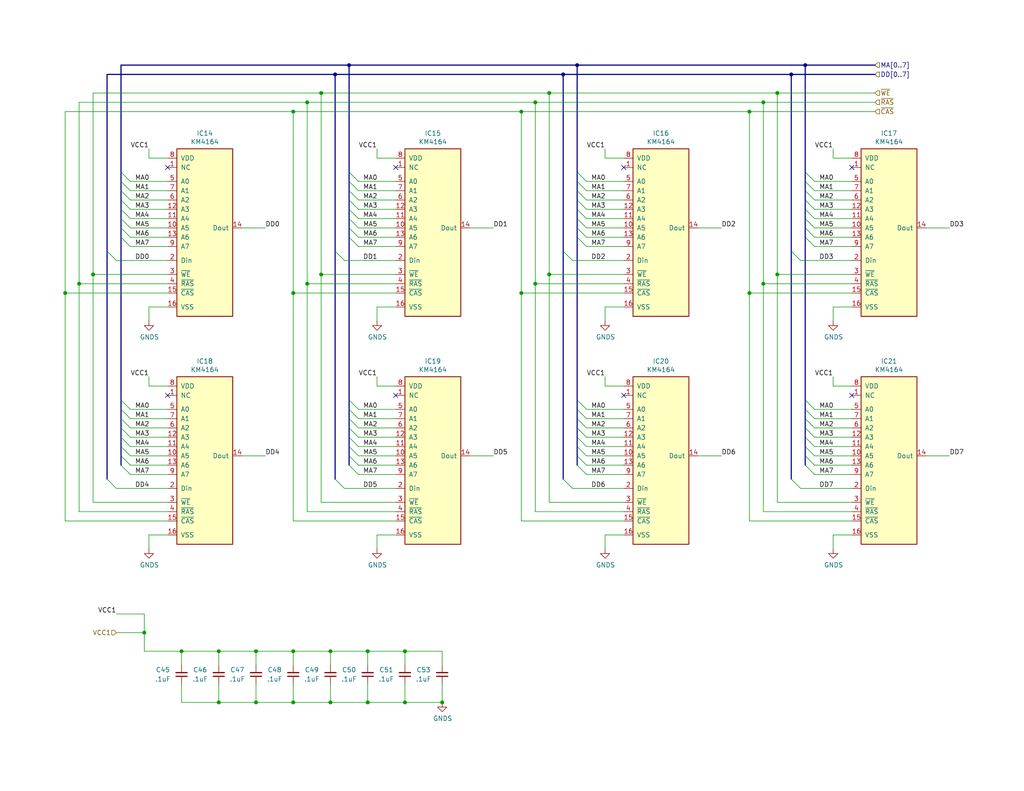
<source format=kicad_sch>
(kicad_sch (version 20211123) (generator eeschema)
  (paper "A")
  (title_block (title "TRS-80 Color Computer 2 (26-3134B & 26-3136B)") (date "2022-10-07") (rev "1.0.0") (company "Tandy Corporation") (comment 1 "Board # 20261058") (comment 3 "Reference board donated by MrDave3609") (comment 4 "Kicad schematic capture by Rocky Hill"))
  (lib_symbols
    (symbol "coco2-rescue:C_Small-Device" (pin_numbers hide) (pin_names (offset 0.254) hide)
      (property "Reference" "C" (at 0.254 1.778 0))
      (property "Value" "C_Small-Device" (at 0.254 -2.032 0))
      (symbol "C_Small-Device_0_1"
        (polyline (pts (xy -1.524 -0.508) (xy 1.524 -0.508)) (stroke (width 0.3302)))
        (polyline (pts (xy -1.524 0.508) (xy 1.524 0.508)) (stroke (width 0.3048)))
      )
      (symbol "C_Small-Device_1_1"
        (pin passive line (at 0 2.54 270) (length 2.032) (name "~") (number "1"))
        (pin passive line (at 0 -2.54 90) (length 2.032) (name "~") (number "2"))
      )
    )
    (symbol "coco2-rescue:GNDS-power" (power) (pin_names (offset 0))
      (property "Value" "GNDS-power" (at 0 -3.81 0))
      (symbol "GNDS-power_0_1"
        (polyline (pts (xy 0 0) (xy 0 -1.27) (xy 1.27 -1.27) (xy 0 -2.54) (xy -1.27 -1.27) (xy 0 -1.27)))
      )
      (symbol "GNDS-power_1_1"
        (pin power_in line (at 0 0 270) (length 0) hide (name "GNDS") (number "1"))
      )
    )
    (symbol "coco2:KM4164" (pin_names (offset 1.016))
      (property "Reference" "U" (at -6.35 22.86 0))
      (property "Value" "KM4164" (at 5.08 22.86 0))
      (symbol "KM4164_0_1"
        (rectangle (start -7.62 21.59) (end 7.62 -24.13) (stroke (width 0.254)) (fill (type background)))
      )
      (symbol "KM4164_1_1"
        (pin passive line (at -10.16 16.51 0) (length 2.54) (name "NC") (number "1"))
        (pin input line (at -10.16 0 0) (length 2.54) (name "A5") (number "10"))
        (pin input line (at -10.16 2.54 0) (length 2.54) (name "A4") (number "11"))
        (pin input line (at -10.16 5.08 0) (length 2.54) (name "A3") (number "12"))
        (pin input line (at -10.16 -2.54 0) (length 2.54) (name "A6") (number "13"))
        (pin tri_state line (at 10.16 0 180) (length 2.54) (name "Dout") (number "14"))
        (pin input line (at -10.16 -17.78 0) (length 2.54) (name "~{CAS}") (number "15"))
        (pin power_in line (at -10.16 -21.59 0) (length 2.54) (name "VSS") (number "16"))
        (pin input line (at -10.16 -8.89 0) (length 2.54) (name "Din") (number "2"))
        (pin input line (at -10.16 -12.7 0) (length 2.54) (name "~{WE}") (number "3"))
        (pin input line (at -10.16 -15.24 0) (length 2.54) (name "~{RAS}") (number "4"))
        (pin input line (at -10.16 12.7 0) (length 2.54) (name "A0") (number "5"))
        (pin input line (at -10.16 7.62 0) (length 2.54) (name "A2") (number "6"))
        (pin input line (at -10.16 10.16 0) (length 2.54) (name "A1") (number "7"))
        (pin power_in line (at -10.16 19.05 0) (length 2.54) (name "VDD") (number "8"))
        (pin input line (at -10.16 -5.08 0) (length 2.54) (name "A7") (number "9"))
      )
    )
  )
  (junction (at 146.05 77.47))
  (junction (at 90.17 177.8))
  (junction (at 25.4 74.93))
  (junction (at 215.9 20.32))
  (junction (at 49.53 177.8))
  (junction (at 83.82 77.47))
  (junction (at 87.63 25.4))
  (junction (at 157.48 17.78))
  (junction (at 204.47 30.48))
  (junction (at 90.17 191.77))
  (junction (at 120.65 191.77))
  (junction (at 219.71 17.78))
  (junction (at 17.78 80.01))
  (junction (at 69.85 191.77))
  (junction (at 39.37 172.72))
  (junction (at 208.28 77.47))
  (junction (at 80.01 30.48))
  (junction (at 80.01 80.01))
  (junction (at 100.33 177.8))
  (junction (at 208.28 27.94))
  (junction (at 100.33 191.77))
  (junction (at 204.47 80.01))
  (junction (at 110.49 177.8))
  (junction (at 95.25 17.78))
  (junction (at 87.63 74.93))
  (junction (at 142.24 30.48))
  (junction (at 21.59 77.47))
  (junction (at 153.67 20.32))
  (junction (at 149.86 25.4))
  (junction (at 212.09 25.4))
  (junction (at 91.44 20.32))
  (junction (at 80.01 177.8))
  (junction (at 59.69 177.8))
  (junction (at 83.82 27.94))
  (junction (at 142.24 80.01))
  (junction (at 69.85 177.8))
  (junction (at 212.09 74.93))
  (junction (at 110.49 191.77))
  (junction (at 59.69 191.77))
  (junction (at 149.86 74.93))
  (junction (at 80.01 191.77))
  (junction (at 146.05 27.94))
  (no_connect (at 107.95 107.95))
  (no_connect (at 45.72 107.95))
  (no_connect (at 170.18 107.95))
  (no_connect (at 232.41 107.95))
  (no_connect (at 45.72 45.72))
  (no_connect (at 232.41 45.72))
  (no_connect (at 170.18 45.72))
  (no_connect (at 107.95 45.72))
  (bus_entry (at 91.44 68.58) (size 2.54 2.54))
  (bus_entry (at 157.48 119.38) (size 2.54 2.54))
  (bus_entry (at 33.02 52.07) (size 2.54 2.54))
  (bus_entry (at 219.71 114.3) (size 2.54 2.54))
  (bus_entry (at 157.48 52.07) (size 2.54 2.54))
  (bus_entry (at 95.25 52.07) (size 2.54 2.54))
  (bus_entry (at 33.02 62.23) (size 2.54 2.54))
  (bus_entry (at 33.02 59.69) (size 2.54 2.54))
  (bus_entry (at 33.02 127) (size 2.54 2.54))
  (bus_entry (at 219.71 46.99) (size 2.54 2.54))
  (bus_entry (at 95.25 54.61) (size 2.54 2.54))
  (bus_entry (at 153.67 130.81) (size 2.54 2.54))
  (bus_entry (at 33.02 111.76) (size 2.54 2.54))
  (bus_entry (at 157.48 127) (size 2.54 2.54))
  (bus_entry (at 219.71 121.92) (size 2.54 2.54))
  (bus_entry (at 157.48 62.23) (size 2.54 2.54))
  (bus_entry (at 215.9 130.81) (size 2.54 2.54))
  (bus_entry (at 95.25 116.84) (size 2.54 2.54))
  (bus_entry (at 157.48 49.53) (size 2.54 2.54))
  (bus_entry (at 219.71 59.69) (size 2.54 2.54))
  (bus_entry (at 219.71 119.38) (size 2.54 2.54))
  (bus_entry (at 95.25 57.15) (size 2.54 2.54))
  (bus_entry (at 157.48 124.46) (size 2.54 2.54))
  (bus_entry (at 219.71 116.84) (size 2.54 2.54))
  (bus_entry (at 95.25 124.46) (size 2.54 2.54))
  (bus_entry (at 157.48 54.61) (size 2.54 2.54))
  (bus_entry (at 219.71 111.76) (size 2.54 2.54))
  (bus_entry (at 95.25 111.76) (size 2.54 2.54))
  (bus_entry (at 157.48 116.84) (size 2.54 2.54))
  (bus_entry (at 33.02 57.15) (size 2.54 2.54))
  (bus_entry (at 95.25 64.77) (size 2.54 2.54))
  (bus_entry (at 95.25 46.99) (size 2.54 2.54))
  (bus_entry (at 95.25 109.22) (size 2.54 2.54))
  (bus_entry (at 33.02 114.3) (size 2.54 2.54))
  (bus_entry (at 215.9 68.58) (size 2.54 2.54))
  (bus_entry (at 157.48 109.22) (size 2.54 2.54))
  (bus_entry (at 33.02 46.99) (size 2.54 2.54))
  (bus_entry (at 33.02 54.61) (size 2.54 2.54))
  (bus_entry (at 33.02 49.53) (size 2.54 2.54))
  (bus_entry (at 33.02 121.92) (size 2.54 2.54))
  (bus_entry (at 219.71 62.23) (size 2.54 2.54))
  (bus_entry (at 157.48 59.69) (size 2.54 2.54))
  (bus_entry (at 95.25 127) (size 2.54 2.54))
  (bus_entry (at 157.48 111.76) (size 2.54 2.54))
  (bus_entry (at 33.02 116.84) (size 2.54 2.54))
  (bus_entry (at 153.67 68.58) (size 2.54 2.54))
  (bus_entry (at 33.02 64.77) (size 2.54 2.54))
  (bus_entry (at 29.21 68.58) (size 2.54 2.54))
  (bus_entry (at 95.25 121.92) (size 2.54 2.54))
  (bus_entry (at 157.48 114.3) (size 2.54 2.54))
  (bus_entry (at 95.25 114.3) (size 2.54 2.54))
  (bus_entry (at 219.71 49.53) (size 2.54 2.54))
  (bus_entry (at 219.71 54.61) (size 2.54 2.54))
  (bus_entry (at 157.48 64.77) (size 2.54 2.54))
  (bus_entry (at 219.71 109.22) (size 2.54 2.54))
  (bus_entry (at 219.71 57.15) (size 2.54 2.54))
  (bus_entry (at 219.71 64.77) (size 2.54 2.54))
  (bus_entry (at 157.48 46.99) (size 2.54 2.54))
  (bus_entry (at 33.02 124.46) (size 2.54 2.54))
  (bus_entry (at 95.25 62.23) (size 2.54 2.54))
  (bus_entry (at 219.71 124.46) (size 2.54 2.54))
  (bus_entry (at 91.44 130.81) (size 2.54 2.54))
  (bus_entry (at 95.25 119.38) (size 2.54 2.54))
  (bus_entry (at 33.02 119.38) (size 2.54 2.54))
  (bus_entry (at 29.21 130.81) (size 2.54 2.54))
  (bus_entry (at 157.48 57.15) (size 2.54 2.54))
  (bus_entry (at 157.48 121.92) (size 2.54 2.54))
  (bus_entry (at 95.25 59.69) (size 2.54 2.54))
  (bus_entry (at 33.02 109.22) (size 2.54 2.54))
  (bus_entry (at 219.71 127) (size 2.54 2.54))
  (bus_entry (at 219.71 52.07) (size 2.54 2.54))
  (bus_entry (at 95.25 49.53) (size 2.54 2.54))
  (wire (pts (xy 40.64 83.82) (xy 45.72 83.82)))
  (wire (pts (xy 39.37 177.8) (xy 49.53 177.8)))
  (bus (pts (xy 91.44 20.32) (xy 153.67 20.32)))
  (wire (pts (xy 170.18 121.92) (xy 160.02 121.92)))
  (wire (pts (xy 59.69 177.8) (xy 69.85 177.8)))
  (wire (pts (xy 170.18 64.77) (xy 160.02 64.77)))
  (bus (pts (xy 33.02 64.77) (xy 33.02 109.22)))
  (wire (pts (xy 107.95 64.77) (xy 97.79 64.77)))
  (wire (pts (xy 222.25 119.38) (xy 232.41 119.38)))
  (wire (pts (xy 232.41 137.16) (xy 212.09 137.16)))
  (wire (pts (xy 204.47 30.48) (xy 204.47 80.01)))
  (wire (pts (xy 232.41 133.35) (xy 218.44 133.35)))
  (bus (pts (xy 91.44 68.58) (xy 91.44 130.81)))
  (bus (pts (xy 95.25 46.99) (xy 95.25 49.53)))
  (wire (pts (xy 165.1 40.64) (xy 165.1 43.18)))
  (bus (pts (xy 95.25 17.78) (xy 95.25 46.99)))
  (wire (pts (xy 165.1 83.82) (xy 165.1 87.63)))
  (bus (pts (xy 219.71 121.92) (xy 219.71 124.46)))
  (wire (pts (xy 45.72 80.01) (xy 17.78 80.01)))
  (wire (pts (xy 45.72 59.69) (xy 35.56 59.69)))
  (wire (pts (xy 232.41 59.69) (xy 222.25 59.69)))
  (wire (pts (xy 107.95 71.12) (xy 93.98 71.12)))
  (wire (pts (xy 87.63 25.4) (xy 149.86 25.4)))
  (wire (pts (xy 83.82 27.94) (xy 146.05 27.94)))
  (bus (pts (xy 157.48 57.15) (xy 157.48 59.69)))
  (wire (pts (xy 222.25 129.54) (xy 232.41 129.54)))
  (bus (pts (xy 215.9 20.32) (xy 238.76 20.32)))
  (wire (pts (xy 83.82 139.7) (xy 83.82 77.47)))
  (wire (pts (xy 146.05 27.94) (xy 208.28 27.94)))
  (bus (pts (xy 33.02 119.38) (xy 33.02 121.92)))
  (wire (pts (xy 120.65 186.69) (xy 120.65 191.77)))
  (bus (pts (xy 157.48 116.84) (xy 157.48 119.38)))
  (wire (pts (xy 107.95 77.47) (xy 83.82 77.47)))
  (wire (pts (xy 259.08 124.46) (xy 252.73 124.46)))
  (wire (pts (xy 40.64 146.05) (xy 45.72 146.05)))
  (wire (pts (xy 35.56 62.23) (xy 45.72 62.23)))
  (wire (pts (xy 35.56 114.3) (xy 45.72 114.3)))
  (wire (pts (xy 87.63 74.93) (xy 87.63 137.16)))
  (wire (pts (xy 107.95 111.76) (xy 97.79 111.76)))
  (wire (pts (xy 149.86 25.4) (xy 149.86 74.93)))
  (wire (pts (xy 40.64 146.05) (xy 40.64 149.86)))
  (wire (pts (xy 208.28 27.94) (xy 238.76 27.94)))
  (bus (pts (xy 219.71 46.99) (xy 219.71 49.53)))
  (wire (pts (xy 232.41 116.84) (xy 222.25 116.84)))
  (wire (pts (xy 21.59 139.7) (xy 45.72 139.7)))
  (bus (pts (xy 157.48 59.69) (xy 157.48 62.23)))
  (wire (pts (xy 232.41 111.76) (xy 222.25 111.76)))
  (wire (pts (xy 110.49 186.69) (xy 110.49 191.77)))
  (wire (pts (xy 45.72 137.16) (xy 25.4 137.16)))
  (wire (pts (xy 160.02 114.3) (xy 170.18 114.3)))
  (wire (pts (xy 170.18 116.84) (xy 160.02 116.84)))
  (bus (pts (xy 95.25 64.77) (xy 95.25 109.22)))
  (wire (pts (xy 222.25 57.15) (xy 232.41 57.15)))
  (wire (pts (xy 69.85 191.77) (xy 59.69 191.77)))
  (wire (pts (xy 149.86 137.16) (xy 149.86 74.93)))
  (bus (pts (xy 219.71 17.78) (xy 219.71 46.99)))
  (wire (pts (xy 232.41 80.01) (xy 204.47 80.01)))
  (wire (pts (xy 72.39 124.46) (xy 66.04 124.46)))
  (wire (pts (xy 212.09 137.16) (xy 212.09 74.93)))
  (bus (pts (xy 95.25 57.15) (xy 95.25 59.69)))
  (wire (pts (xy 107.95 127) (xy 97.79 127)))
  (bus (pts (xy 95.25 17.78) (xy 157.48 17.78)))
  (wire (pts (xy 170.18 49.53) (xy 160.02 49.53)))
  (wire (pts (xy 107.95 116.84) (xy 97.79 116.84)))
  (wire (pts (xy 142.24 142.24) (xy 170.18 142.24)))
  (bus (pts (xy 95.25 124.46) (xy 95.25 127)))
  (wire (pts (xy 165.1 146.05) (xy 165.1 149.86)))
  (wire (pts (xy 196.85 62.23) (xy 190.5 62.23)))
  (bus (pts (xy 219.71 116.84) (xy 219.71 119.38)))
  (wire (pts (xy 45.72 142.24) (xy 17.78 142.24)))
  (wire (pts (xy 80.01 191.77) (xy 69.85 191.77)))
  (wire (pts (xy 160.02 129.54) (xy 170.18 129.54)))
  (wire (pts (xy 17.78 80.01) (xy 17.78 30.48)))
  (wire (pts (xy 83.82 77.47) (xy 83.82 27.94)))
  (wire (pts (xy 40.64 43.18) (xy 45.72 43.18)))
  (wire (pts (xy 232.41 142.24) (xy 204.47 142.24)))
  (wire (pts (xy 102.87 83.82) (xy 102.87 87.63)))
  (wire (pts (xy 35.56 52.07) (xy 45.72 52.07)))
  (wire (pts (xy 227.33 146.05) (xy 227.33 149.86)))
  (wire (pts (xy 90.17 181.61) (xy 90.17 177.8)))
  (bus (pts (xy 33.02 109.22) (xy 33.02 111.76)))
  (wire (pts (xy 149.86 25.4) (xy 212.09 25.4)))
  (bus (pts (xy 157.48 46.99) (xy 157.48 49.53)))
  (wire (pts (xy 21.59 77.47) (xy 21.59 27.94)))
  (wire (pts (xy 227.33 43.18) (xy 232.41 43.18)))
  (wire (pts (xy 142.24 80.01) (xy 142.24 142.24)))
  (bus (pts (xy 157.48 52.07) (xy 157.48 54.61)))
  (wire (pts (xy 49.53 181.61) (xy 49.53 177.8)))
  (wire (pts (xy 21.59 139.7) (xy 21.59 77.47)))
  (wire (pts (xy 146.05 77.47) (xy 146.05 27.94)))
  (wire (pts (xy 102.87 43.18) (xy 107.95 43.18)))
  (wire (pts (xy 110.49 177.8) (xy 120.65 177.8)))
  (wire (pts (xy 97.79 114.3) (xy 107.95 114.3)))
  (wire (pts (xy 31.75 167.64) (xy 39.37 167.64)))
  (wire (pts (xy 134.62 62.23) (xy 128.27 62.23)))
  (bus (pts (xy 157.48 111.76) (xy 157.48 114.3)))
  (wire (pts (xy 107.95 133.35) (xy 93.98 133.35)))
  (wire (pts (xy 97.79 67.31) (xy 107.95 67.31)))
  (bus (pts (xy 33.02 57.15) (xy 33.02 59.69)))
  (wire (pts (xy 146.05 139.7) (xy 146.05 77.47)))
  (wire (pts (xy 222.25 124.46) (xy 232.41 124.46)))
  (wire (pts (xy 40.64 105.41) (xy 45.72 105.41)))
  (bus (pts (xy 95.25 114.3) (xy 95.25 116.84)))
  (wire (pts (xy 170.18 127) (xy 160.02 127)))
  (wire (pts (xy 222.25 52.07) (xy 232.41 52.07)))
  (wire (pts (xy 107.95 142.24) (xy 80.01 142.24)))
  (wire (pts (xy 80.01 80.01) (xy 80.01 142.24)))
  (wire (pts (xy 107.95 121.92) (xy 97.79 121.92)))
  (wire (pts (xy 232.41 49.53) (xy 222.25 49.53)))
  (wire (pts (xy 204.47 30.48) (xy 238.76 30.48)))
  (wire (pts (xy 107.95 59.69) (xy 97.79 59.69)))
  (bus (pts (xy 219.71 64.77) (xy 219.71 109.22)))
  (wire (pts (xy 69.85 177.8) (xy 80.01 177.8)))
  (wire (pts (xy 227.33 102.87) (xy 227.33 105.41)))
  (wire (pts (xy 45.72 133.35) (xy 31.75 133.35)))
  (wire (pts (xy 25.4 137.16) (xy 25.4 74.93)))
  (wire (pts (xy 97.79 52.07) (xy 107.95 52.07)))
  (bus (pts (xy 219.71 59.69) (xy 219.71 62.23)))
  (wire (pts (xy 204.47 80.01) (xy 204.47 142.24)))
  (wire (pts (xy 170.18 71.12) (xy 156.21 71.12)))
  (wire (pts (xy 80.01 177.8) (xy 90.17 177.8)))
  (wire (pts (xy 227.33 40.64) (xy 227.33 43.18)))
  (bus (pts (xy 219.71 49.53) (xy 219.71 52.07)))
  (bus (pts (xy 95.25 54.61) (xy 95.25 57.15)))
  (wire (pts (xy 97.79 57.15) (xy 107.95 57.15)))
  (bus (pts (xy 95.25 116.84) (xy 95.25 119.38)))
  (bus (pts (xy 157.48 62.23) (xy 157.48 64.77)))
  (wire (pts (xy 120.65 177.8) (xy 120.65 181.61)))
  (wire (pts (xy 90.17 191.77) (xy 80.01 191.77)))
  (wire (pts (xy 45.72 111.76) (xy 35.56 111.76)))
  (wire (pts (xy 160.02 52.07) (xy 170.18 52.07)))
  (wire (pts (xy 45.72 77.47) (xy 21.59 77.47)))
  (wire (pts (xy 45.72 74.93) (xy 25.4 74.93)))
  (bus (pts (xy 29.21 20.32) (xy 29.21 68.58)))
  (bus (pts (xy 157.48 64.77) (xy 157.48 109.22)))
  (bus (pts (xy 95.25 121.92) (xy 95.25 124.46)))
  (wire (pts (xy 25.4 74.93) (xy 25.4 25.4)))
  (wire (pts (xy 165.1 83.82) (xy 170.18 83.82)))
  (wire (pts (xy 69.85 186.69) (xy 69.85 191.77)))
  (wire (pts (xy 142.24 30.48) (xy 142.24 80.01)))
  (bus (pts (xy 33.02 114.3) (xy 33.02 116.84)))
  (wire (pts (xy 170.18 77.47) (xy 146.05 77.47)))
  (bus (pts (xy 33.02 17.78) (xy 33.02 46.99)))
  (wire (pts (xy 227.33 83.82) (xy 232.41 83.82)))
  (wire (pts (xy 39.37 167.64) (xy 39.37 172.72)))
  (wire (pts (xy 97.79 62.23) (xy 107.95 62.23)))
  (bus (pts (xy 157.48 17.78) (xy 219.71 17.78)))
  (wire (pts (xy 102.87 146.05) (xy 107.95 146.05)))
  (bus (pts (xy 157.48 124.46) (xy 157.48 127)))
  (bus (pts (xy 219.71 62.23) (xy 219.71 64.77)))
  (wire (pts (xy 107.95 49.53) (xy 97.79 49.53)))
  (wire (pts (xy 170.18 54.61) (xy 160.02 54.61)))
  (bus (pts (xy 33.02 124.46) (xy 33.02 127)))
  (wire (pts (xy 227.33 83.82) (xy 227.33 87.63)))
  (wire (pts (xy 90.17 177.8) (xy 100.33 177.8)))
  (wire (pts (xy 17.78 142.24) (xy 17.78 80.01)))
  (wire (pts (xy 59.69 191.77) (xy 49.53 191.77)))
  (bus (pts (xy 95.25 49.53) (xy 95.25 52.07)))
  (bus (pts (xy 33.02 17.78) (xy 95.25 17.78)))
  (wire (pts (xy 107.95 74.93) (xy 87.63 74.93)))
  (bus (pts (xy 153.67 20.32) (xy 215.9 20.32)))
  (wire (pts (xy 45.72 127) (xy 35.56 127)))
  (wire (pts (xy 160.02 57.15) (xy 170.18 57.15)))
  (wire (pts (xy 160.02 62.23) (xy 170.18 62.23)))
  (bus (pts (xy 157.48 119.38) (xy 157.48 121.92)))
  (wire (pts (xy 196.85 124.46) (xy 190.5 124.46)))
  (wire (pts (xy 80.01 30.48) (xy 80.01 80.01)))
  (wire (pts (xy 49.53 177.8) (xy 59.69 177.8)))
  (wire (pts (xy 100.33 191.77) (xy 90.17 191.77)))
  (wire (pts (xy 100.33 177.8) (xy 110.49 177.8)))
  (bus (pts (xy 95.25 111.76) (xy 95.25 114.3)))
  (bus (pts (xy 157.48 109.22) (xy 157.48 111.76)))
  (wire (pts (xy 208.28 139.7) (xy 208.28 77.47)))
  (wire (pts (xy 49.53 186.69) (xy 49.53 191.77)))
  (wire (pts (xy 165.1 105.41) (xy 170.18 105.41)))
  (wire (pts (xy 83.82 139.7) (xy 107.95 139.7)))
  (bus (pts (xy 157.48 114.3) (xy 157.48 116.84)))
  (wire (pts (xy 160.02 67.31) (xy 170.18 67.31)))
  (bus (pts (xy 157.48 49.53) (xy 157.48 52.07)))
  (bus (pts (xy 153.67 68.58) (xy 153.67 130.81)))
  (wire (pts (xy 134.62 124.46) (xy 128.27 124.46)))
  (wire (pts (xy 25.4 25.4) (xy 87.63 25.4)))
  (wire (pts (xy 146.05 139.7) (xy 170.18 139.7)))
  (wire (pts (xy 165.1 43.18) (xy 170.18 43.18)))
  (wire (pts (xy 40.64 40.64) (xy 40.64 43.18)))
  (wire (pts (xy 35.56 57.15) (xy 45.72 57.15)))
  (bus (pts (xy 95.25 109.22) (xy 95.25 111.76)))
  (bus (pts (xy 219.71 52.07) (xy 219.71 54.61)))
  (wire (pts (xy 232.41 54.61) (xy 222.25 54.61)))
  (wire (pts (xy 35.56 67.31) (xy 45.72 67.31)))
  (wire (pts (xy 107.95 80.01) (xy 80.01 80.01)))
  (wire (pts (xy 227.33 105.41) (xy 232.41 105.41)))
  (wire (pts (xy 170.18 137.16) (xy 149.86 137.16)))
  (wire (pts (xy 102.87 105.41) (xy 107.95 105.41)))
  (wire (pts (xy 40.64 102.87) (xy 40.64 105.41)))
  (wire (pts (xy 110.49 191.77) (xy 100.33 191.77)))
  (bus (pts (xy 33.02 116.84) (xy 33.02 119.38)))
  (wire (pts (xy 97.79 119.38) (xy 107.95 119.38)))
  (wire (pts (xy 17.78 30.48) (xy 80.01 30.48)))
  (wire (pts (xy 102.87 146.05) (xy 102.87 149.86)))
  (wire (pts (xy 165.1 102.87) (xy 165.1 105.41)))
  (wire (pts (xy 80.01 30.48) (xy 142.24 30.48)))
  (wire (pts (xy 80.01 181.61) (xy 80.01 177.8)))
  (bus (pts (xy 219.71 57.15) (xy 219.71 59.69)))
  (bus (pts (xy 33.02 62.23) (xy 33.02 64.77)))
  (bus (pts (xy 95.25 62.23) (xy 95.25 64.77)))
  (bus (pts (xy 215.9 20.32) (xy 215.9 68.58)))
  (wire (pts (xy 212.09 25.4) (xy 238.76 25.4)))
  (wire (pts (xy 170.18 59.69) (xy 160.02 59.69)))
  (bus (pts (xy 219.71 54.61) (xy 219.71 57.15)))
  (bus (pts (xy 157.48 17.78) (xy 157.48 46.99)))
  (bus (pts (xy 215.9 68.58) (xy 215.9 130.81)))
  (wire (pts (xy 90.17 186.69) (xy 90.17 191.77)))
  (bus (pts (xy 219.71 109.22) (xy 219.71 111.76)))
  (wire (pts (xy 97.79 124.46) (xy 107.95 124.46)))
  (bus (pts (xy 33.02 111.76) (xy 33.02 114.3)))
  (wire (pts (xy 212.09 74.93) (xy 212.09 25.4)))
  (bus (pts (xy 95.25 59.69) (xy 95.25 62.23)))
  (bus (pts (xy 219.71 119.38) (xy 219.71 121.92)))
  (wire (pts (xy 100.33 186.69) (xy 100.33 191.77)))
  (wire (pts (xy 165.1 146.05) (xy 170.18 146.05)))
  (bus (pts (xy 219.71 17.78) (xy 238.76 17.78)))
  (wire (pts (xy 160.02 119.38) (xy 170.18 119.38)))
  (bus (pts (xy 33.02 54.61) (xy 33.02 57.15)))
  (wire (pts (xy 72.39 62.23) (xy 66.04 62.23)))
  (bus (pts (xy 33.02 59.69) (xy 33.02 62.23)))
  (wire (pts (xy 35.56 119.38) (xy 45.72 119.38)))
  (wire (pts (xy 110.49 177.8) (xy 110.49 181.61)))
  (wire (pts (xy 69.85 181.61) (xy 69.85 177.8)))
  (bus (pts (xy 29.21 20.32) (xy 91.44 20.32)))
  (wire (pts (xy 259.08 62.23) (xy 252.73 62.23)))
  (wire (pts (xy 107.95 137.16) (xy 87.63 137.16)))
  (wire (pts (xy 39.37 172.72) (xy 39.37 177.8)))
  (wire (pts (xy 232.41 71.12) (xy 218.44 71.12)))
  (wire (pts (xy 45.72 71.12) (xy 31.75 71.12)))
  (wire (pts (xy 232.41 121.92) (xy 222.25 121.92)))
  (wire (pts (xy 222.25 67.31) (xy 232.41 67.31)))
  (wire (pts (xy 107.95 54.61) (xy 97.79 54.61)))
  (bus (pts (xy 219.71 124.46) (xy 219.71 127)))
  (wire (pts (xy 35.56 124.46) (xy 45.72 124.46)))
  (wire (pts (xy 170.18 111.76) (xy 160.02 111.76)))
  (bus (pts (xy 33.02 49.53) (xy 33.02 52.07)))
  (wire (pts (xy 80.01 186.69) (xy 80.01 191.77)))
  (wire (pts (xy 59.69 186.69) (xy 59.69 191.77)))
  (wire (pts (xy 227.33 146.05) (xy 232.41 146.05)))
  (wire (pts (xy 222.25 62.23) (xy 232.41 62.23)))
  (wire (pts (xy 59.69 181.61) (xy 59.69 177.8)))
  (bus (pts (xy 157.48 121.92) (xy 157.48 124.46)))
  (wire (pts (xy 45.72 121.92) (xy 35.56 121.92)))
  (bus (pts (xy 33.02 52.07) (xy 33.02 54.61)))
  (wire (pts (xy 232.41 64.77) (xy 222.25 64.77)))
  (wire (pts (xy 45.72 54.61) (xy 35.56 54.61)))
  (wire (pts (xy 232.41 74.93) (xy 212.09 74.93)))
  (wire (pts (xy 102.87 102.87) (xy 102.87 105.41)))
  (wire (pts (xy 222.25 114.3) (xy 232.41 114.3)))
  (wire (pts (xy 232.41 127) (xy 222.25 127)))
  (wire (pts (xy 232.41 77.47) (xy 208.28 77.47)))
  (bus (pts (xy 219.71 114.3) (xy 219.71 116.84)))
  (bus (pts (xy 219.71 111.76) (xy 219.71 114.3)))
  (wire (pts (xy 110.49 191.77) (xy 120.65 191.77)))
  (wire (pts (xy 160.02 124.46) (xy 170.18 124.46)))
  (bus (pts (xy 33.02 121.92) (xy 33.02 124.46)))
  (wire (pts (xy 35.56 129.54) (xy 45.72 129.54)))
  (wire (pts (xy 45.72 116.84) (xy 35.56 116.84)))
  (wire (pts (xy 170.18 80.01) (xy 142.24 80.01)))
  (wire (pts (xy 45.72 64.77) (xy 35.56 64.77)))
  (wire (pts (xy 170.18 74.93) (xy 149.86 74.93)))
  (bus (pts (xy 33.02 46.99) (xy 33.02 49.53)))
  (wire (pts (xy 40.64 83.82) (xy 40.64 87.63)))
  (bus (pts (xy 91.44 20.32) (xy 91.44 68.58)))
  (bus (pts (xy 95.25 119.38) (xy 95.25 121.92)))
  (wire (pts (xy 21.59 27.94) (xy 83.82 27.94)))
  (wire (pts (xy 97.79 129.54) (xy 107.95 129.54)))
  (wire (pts (xy 142.24 30.48) (xy 204.47 30.48)))
  (wire (pts (xy 102.87 40.64) (xy 102.87 43.18)))
  (bus (pts (xy 29.21 68.58) (xy 29.21 130.81)))
  (wire (pts (xy 208.28 139.7) (xy 232.41 139.7)))
  (bus (pts (xy 157.48 54.61) (xy 157.48 57.15)))
  (wire (pts (xy 102.87 83.82) (xy 107.95 83.82)))
  (bus (pts (xy 95.25 52.07) (xy 95.25 54.61)))
  (wire (pts (xy 87.63 25.4) (xy 87.63 74.93)))
  (wire (pts (xy 45.72 49.53) (xy 35.56 49.53)))
  (wire (pts (xy 208.28 77.47) (xy 208.28 27.94)))
  (wire (pts (xy 170.18 133.35) (xy 156.21 133.35)))
  (wire (pts (xy 31.75 172.72) (xy 39.37 172.72)))
  (wire (pts (xy 100.33 181.61) (xy 100.33 177.8)))
  (bus (pts (xy 153.67 20.32) (xy 153.67 68.58)))
  (label "VCC1" (at 102.87 40.64 180))
  (label "MA5" (at 223.52 124.46 0))
  (label "MA6" (at 223.52 64.77 0))
  (label "MA5" (at 223.52 62.23 0))
  (label "MA3" (at 223.52 119.38 0))
  (label "MA6" (at 223.52 127 0))
  (label "MA4" (at 161.29 59.69 0))
  (label "MA1" (at 161.29 52.07 0))
  (label "MA3" (at 223.52 57.15 0))
  (label "MA4" (at 36.83 59.69 0))
  (label "MA0" (at 36.83 111.76 0))
  (label "MA2" (at 36.83 54.61 0))
  (label "MA3" (at 99.06 119.38 0))
  (label "DD1" (at 99.06 71.12 0))
  (label "MA3" (at 161.29 57.15 0))
  (label "MA4" (at 223.52 59.69 0))
  (label "MA4" (at 99.06 59.69 0))
  (label "MA7" (at 99.06 129.54 0))
  (label "VCC1" (at 102.87 102.87 180))
  (label "VCC1" (at 31.75 167.64 180))
  (label "MA0" (at 161.29 49.53 0))
  (label "MA0" (at 99.06 111.76 0))
  (label "MA1" (at 36.83 114.3 0))
  (label "MA0" (at 223.52 49.53 0))
  (label "DD6" (at 161.29 133.35 0))
  (label "MA2" (at 99.06 116.84 0))
  (label "VCC1" (at 40.64 40.64 180))
  (label "DD5" (at 134.62 124.46 0))
  (label "MA0" (at 161.29 111.76 0))
  (label "DD2" (at 161.29 71.12 0))
  (label "MA7" (at 36.83 67.31 0))
  (label "MA2" (at 161.29 116.84 0))
  (label "MA7" (at 36.83 129.54 0))
  (label "MA6" (at 99.06 64.77 0))
  (label "MA1" (at 223.52 52.07 0))
  (label "MA7" (at 161.29 129.54 0))
  (label "MA6" (at 99.06 127 0))
  (label "MA2" (at 161.29 54.61 0))
  (label "VCC1" (at 40.64 102.87 180))
  (label "MA3" (at 36.83 119.38 0))
  (label "MA4" (at 161.29 121.92 0))
  (label "VCC1" (at 165.1 40.64 180))
  (label "MA7" (at 161.29 67.31 0))
  (label "DD0" (at 72.39 62.23 0))
  (label "MA4" (at 99.06 121.92 0))
  (label "MA6" (at 36.83 127 0))
  (label "MA6" (at 161.29 127 0))
  (label "DD6" (at 196.85 124.46 0))
  (label "MA1" (at 223.52 114.3 0))
  (label "MA7" (at 99.06 67.31 0))
  (label "VCC1" (at 227.33 40.64 180))
  (label "MA5" (at 99.06 62.23 0))
  (label "MA5" (at 99.06 124.46 0))
  (label "MA5" (at 36.83 62.23 0))
  (label "DD4" (at 72.39 124.46 0))
  (label "MA2" (at 223.52 116.84 0))
  (label "VCC1" (at 227.33 102.87 180))
  (label "MA2" (at 36.83 116.84 0))
  (label "VCC1" (at 165.1 102.87 180))
  (label "MA1" (at 99.06 114.3 0))
  (label "MA0" (at 223.52 111.76 0))
  (label "MA1" (at 36.83 52.07 0))
  (label "MA3" (at 99.06 57.15 0))
  (label "MA7" (at 223.52 129.54 0))
  (label "MA6" (at 161.29 64.77 0))
  (label "DD7" (at 259.08 124.46 0))
  (label "DD3" (at 223.52 71.12 0))
  (label "MA2" (at 99.06 54.61 0))
  (label "DD3" (at 259.08 62.23 0))
  (label "MA6" (at 36.83 64.77 0))
  (label "MA4" (at 223.52 121.92 0))
  (label "DD1" (at 134.62 62.23 0))
  (label "DD2" (at 196.85 62.23 0))
  (label "DD5" (at 99.06 133.35 0))
  (label "MA5" (at 161.29 124.46 0))
  (label "MA3" (at 36.83 57.15 0))
  (label "MA1" (at 99.06 52.07 0))
  (label "DD4" (at 36.83 133.35 0))
  (label "MA5" (at 161.29 62.23 0))
  (label "MA1" (at 161.29 114.3 0))
  (label "MA3" (at 161.29 119.38 0))
  (label "MA4" (at 36.83 121.92 0))
  (label "MA0" (at 99.06 49.53 0))
  (label "DD0" (at 36.83 71.12 0))
  (label "MA0" (at 36.83 49.53 0))
  (label "MA5" (at 36.83 124.46 0))
  (label "MA2" (at 223.52 54.61 0))
  (label "MA7" (at 223.52 67.31 0))
  (label "DD7" (at 223.52 133.35 0))
  (hierarchical_label "VCC1" (shape input) (at 31.75 172.72 180))
  (hierarchical_label "MA[0..7]" (shape input) (at 238.76 17.78 0))
  (hierarchical_label "~{RAS}" (shape input) (at 238.76 27.94 0))
  (hierarchical_label "DD[0..7]" (shape input) (at 238.76 20.32 0))
  (hierarchical_label "~{WE}" (shape input) (at 238.76 25.4 0))
  (hierarchical_label "~{CAS}" (shape input) (at 238.76 30.48 0))
  (symbol (lib_id "coco2-rescue:GNDS-power") (at 40.64 87.63 0) (unit 1)
    (property "Reference" "#PWR0139" (effects hide))
    (property "Value" "GNDS" (at 40.767 92.0242 0))
  )
  (symbol (lib_id "coco2-rescue:GNDS-power") (at 40.64 149.86 0) (unit 1)
    (property "Reference" "#PWR0141" (effects hide))
    (property "Value" "GNDS" (at 40.767 154.2542 0))
  )
  (symbol (lib_id "coco2-rescue:GNDS-power") (at 102.87 87.63 0) (unit 1)
    (property "Reference" "#PWR0143" (effects hide))
    (property "Value" "GNDS" (at 102.997 92.0242 0))
  )
  (symbol (lib_id "coco2-rescue:GNDS-power") (at 102.87 149.86 0) (unit 1)
    (property "Reference" "#PWR0145" (effects hide))
    (property "Value" "GNDS" (at 102.997 154.2542 0))
  )
  (symbol (lib_id "coco2-rescue:GNDS-power") (at 165.1 87.63 0) (unit 1)
    (property "Reference" "#PWR0147" (effects hide))
    (property "Value" "GNDS" (at 165.227 92.0242 0))
  )
  (symbol (lib_id "coco2-rescue:GNDS-power") (at 165.1 149.86 0) (unit 1)
    (property "Reference" "#PWR0149" (effects hide))
    (property "Value" "GNDS" (at 165.227 154.2542 0))
  )
  (symbol (lib_id "coco2-rescue:GNDS-power") (at 227.33 87.63 0) (unit 1)
    (property "Reference" "#PWR0151" (effects hide))
    (property "Value" "GNDS" (at 227.457 92.0242 0))
  )
  (symbol (lib_id "coco2-rescue:GNDS-power") (at 227.33 149.86 0) (unit 1)
    (property "Reference" "#PWR0153" (effects hide))
    (property "Value" "GNDS" (at 227.457 154.2542 0))
  )
  (symbol (lib_id "coco2-rescue:C_Small-Device") (at 69.85 184.15 180) (unit 1)
    (property "Reference" "C47" (at 64.77 182.88 0))
    (property "Value" ".1uF" (at 64.77 185.42 0))
    (property "Footprint" "Capacitor_THT:C_Disc_D4.7mm_W2.5mm_P5.00mm" (effects hide))
    (property "Datasheet" " https://search.murata.co.jp/Ceramy/image/img/A01X/G101/ENG/RDE_X7R_250V-1kV_E.pdf" (effects hide))
    (property "Vendor" "digikey" (effects hide))
    (property "Vendor part#" "490-8814-ND" (effects hide))
    (property "Manufacturer part#" "RDER71H104K0K1H03B" (effects hide))
  )
  (symbol (lib_id "coco2-rescue:C_Small-Device") (at 80.01 184.15 180) (unit 1)
    (property "Reference" "C48" (at 74.93 182.88 0))
    (property "Value" ".1uF" (at 74.93 185.42 0))
    (property "Footprint" "Capacitor_THT:C_Disc_D4.7mm_W2.5mm_P5.00mm" (effects hide))
    (property "Datasheet" " https://search.murata.co.jp/Ceramy/image/img/A01X/G101/ENG/RDE_X7R_250V-1kV_E.pdf" (effects hide))
    (property "Vendor" "digikey" (effects hide))
    (property "Vendor part#" "490-8814-ND" (effects hide))
    (property "Manufacturer part#" "RDER71H104K0K1H03B" (effects hide))
  )
  (symbol (lib_id "coco2-rescue:C_Small-Device") (at 90.17 184.15 180) (unit 1)
    (property "Reference" "C49" (at 85.09 182.88 0))
    (property "Value" ".1uF" (at 85.09 185.42 0))
    (property "Footprint" "Capacitor_THT:C_Disc_D4.7mm_W2.5mm_P5.00mm" (effects hide))
    (property "Datasheet" " https://search.murata.co.jp/Ceramy/image/img/A01X/G101/ENG/RDE_X7R_250V-1kV_E.pdf" (effects hide))
    (property "Vendor" "digikey" (effects hide))
    (property "Vendor part#" "490-8814-ND" (effects hide))
    (property "Manufacturer part#" "RDER71H104K0K1H03B" (effects hide))
  )
  (symbol (lib_id "coco2-rescue:C_Small-Device") (at 100.33 184.15 180) (unit 1)
    (property "Reference" "C50" (at 95.25 182.88 0))
    (property "Value" ".1uF" (at 95.25 185.42 0))
    (property "Footprint" "Capacitor_THT:C_Disc_D4.7mm_W2.5mm_P5.00mm" (effects hide))
    (property "Datasheet" " https://search.murata.co.jp/Ceramy/image/img/A01X/G101/ENG/RDE_X7R_250V-1kV_E.pdf" (effects hide))
    (property "Vendor" "digikey" (effects hide))
    (property "Vendor part#" "490-8814-ND" (effects hide))
    (property "Manufacturer part#" "RDER71H104K0K1H03B" (effects hide))
  )
  (symbol (lib_id "coco2-rescue:C_Small-Device") (at 110.49 184.15 180) (unit 1)
    (property "Reference" "C51" (at 105.41 182.88 0))
    (property "Value" ".1uF" (at 105.41 185.42 0))
    (property "Footprint" "Capacitor_THT:C_Disc_D4.7mm_W2.5mm_P5.00mm" (effects hide))
    (property "Datasheet" " https://search.murata.co.jp/Ceramy/image/img/A01X/G101/ENG/RDE_X7R_250V-1kV_E.pdf" (effects hide))
    (property "Vendor" "digikey" (effects hide))
    (property "Vendor part#" "490-8814-ND" (effects hide))
    (property "Manufacturer part#" "RDER71H104K0K1H03B" (effects hide))
  )
  (symbol (lib_id "coco2-rescue:GNDS-power") (at 120.65 191.77 0) (unit 1)
    (property "Reference" "#PWR0154" (effects hide))
    (property "Value" "GNDS" (at 120.777 196.1642 0))
  )
  (symbol (lib_id "coco2-rescue:C_Small-Device") (at 120.65 184.15 180) (unit 1)
    (property "Reference" "C53" (at 115.57 182.88 0))
    (property "Value" ".1uF" (at 115.57 185.42 0))
    (property "Footprint" "Capacitor_THT:C_Disc_D4.7mm_W2.5mm_P5.00mm" (effects hide))
    (property "Datasheet" " https://search.murata.co.jp/Ceramy/image/img/A01X/G101/ENG/RDE_X7R_250V-1kV_E.pdf" (effects hide))
    (property "Vendor" "digikey" (effects hide))
    (property "Vendor part#" "490-8814-ND" (effects hide))
    (property "Manufacturer part#" "RDER71H104K0K1H03B" (effects hide))
  )
  (symbol (lib_id "coco2:KM4164") (at 55.88 62.23 0) (unit 1)
    (property "Reference" "IC14" (at 55.88 36.3982 0))
    (property "Value" "KM4164" (at 55.88 38.7096 0))
    (property "Footprint" "Package_DIP:DIP-16_W7.62mm_Socket" (effects hide))
  )
  (symbol (lib_id "coco2:KM4164") (at 118.11 62.23 0) (unit 1)
    (property "Reference" "IC15" (at 118.11 36.3982 0))
    (property "Value" "KM4164" (at 118.11 38.7096 0))
    (property "Footprint" "Package_DIP:DIP-16_W7.62mm_Socket" (effects hide))
  )
  (symbol (lib_id "coco2:KM4164") (at 180.34 62.23 0) (unit 1)
    (property "Reference" "IC16" (at 180.34 36.3982 0))
    (property "Value" "KM4164" (at 180.34 38.7096 0))
    (property "Footprint" "Package_DIP:DIP-16_W7.62mm_Socket" (effects hide))
  )
  (symbol (lib_id "coco2:KM4164") (at 242.57 62.23 0) (unit 1)
    (property "Reference" "IC17" (at 242.57 36.3982 0))
    (property "Value" "KM4164" (at 242.57 38.7096 0))
    (property "Footprint" "Package_DIP:DIP-16_W7.62mm_Socket" (effects hide))
  )
  (symbol (lib_id "coco2:KM4164") (at 242.57 124.46 0) (unit 1)
    (property "Reference" "IC21" (at 242.57 98.6282 0))
    (property "Value" "KM4164" (at 242.57 100.9396 0))
    (property "Footprint" "Package_DIP:DIP-16_W7.62mm_Socket" (effects hide))
  )
  (symbol (lib_id "coco2:KM4164") (at 180.34 124.46 0) (unit 1)
    (property "Reference" "IC20" (at 180.34 98.6282 0))
    (property "Value" "KM4164" (at 180.34 100.9396 0))
    (property "Footprint" "Package_DIP:DIP-16_W7.62mm_Socket" (effects hide))
  )
  (symbol (lib_id "coco2:KM4164") (at 118.11 124.46 0) (unit 1)
    (property "Reference" "IC19" (at 118.11 98.6282 0))
    (property "Value" "KM4164" (at 118.11 100.9396 0))
    (property "Footprint" "Package_DIP:DIP-16_W7.62mm_Socket" (effects hide))
  )
  (symbol (lib_id "coco2:KM4164") (at 55.88 124.46 0) (unit 1)
    (property "Reference" "IC18" (at 55.88 98.6282 0))
    (property "Value" "KM4164" (at 55.88 100.9396 0))
    (property "Footprint" "Package_DIP:DIP-16_W7.62mm_Socket" (effects hide))
  )
  (symbol (lib_id "coco2-rescue:C_Small-Device") (at 49.53 184.15 180) (unit 1)
    (property "Reference" "C45" (at 44.45 182.88 0))
    (property "Value" ".1uF" (at 44.45 185.42 0))
    (property "Footprint" "Capacitor_THT:C_Disc_D4.7mm_W2.5mm_P5.00mm" (effects hide))
    (property "Datasheet" " https://search.murata.co.jp/Ceramy/image/img/A01X/G101/ENG/RDE_X7R_250V-1kV_E.pdf" (effects hide))
    (property "Vendor" "digikey" (effects hide))
    (property "Vendor part#" "490-8814-ND" (effects hide))
    (property "Manufacturer part#" "RDER71H104K0K1H03B" (effects hide))
  )
  (symbol (lib_id "coco2-rescue:C_Small-Device") (at 59.69 184.15 180) (unit 1)
    (property "Reference" "C46" (at 54.61 182.88 0))
    (property "Value" ".1uF" (at 54.61 185.42 0))
    (property "Footprint" "Capacitor_THT:C_Disc_D4.7mm_W2.5mm_P5.00mm" (effects hide))
    (property "Datasheet" " https://search.murata.co.jp/Ceramy/image/img/A01X/G101/ENG/RDE_X7R_250V-1kV_E.pdf" (effects hide))
    (property "Vendor" "digikey" (effects hide))
    (property "Vendor part#" "490-8814-ND" (effects hide))
    (property "Manufacturer part#" "RDER71H104K0K1H03B" (effects hide))
  )
)
</source>
